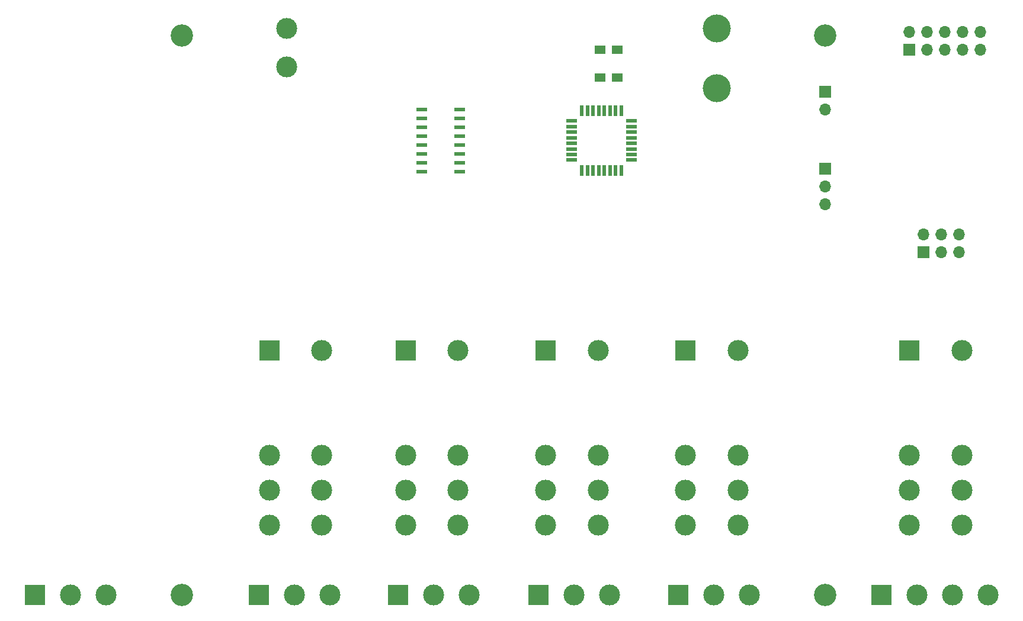
<source format=gbr>
G04 #@! TF.GenerationSoftware,KiCad,Pcbnew,(5.1.8)-1*
G04 #@! TF.CreationDate,2020-11-20T19:23:25+01:00*
G04 #@! TF.ProjectId,light-box,6c696768-742d-4626-9f78-2e6b69636164,rev?*
G04 #@! TF.SameCoordinates,Original*
G04 #@! TF.FileFunction,Soldermask,Bot*
G04 #@! TF.FilePolarity,Negative*
%FSLAX46Y46*%
G04 Gerber Fmt 4.6, Leading zero omitted, Abs format (unit mm)*
G04 Created by KiCad (PCBNEW (5.1.8)-1) date 2020-11-20 19:23:25*
%MOMM*%
%LPD*%
G01*
G04 APERTURE LIST*
%ADD10R,1.500000X1.250000*%
%ADD11R,3.000000X3.000000*%
%ADD12C,3.000000*%
%ADD13O,1.700000X1.700000*%
%ADD14R,1.700000X1.700000*%
%ADD15R,1.500000X0.600000*%
%ADD16R,1.600000X0.550000*%
%ADD17R,0.550000X1.600000*%
%ADD18C,3.200000*%
%ADD19C,4.000000*%
G04 APERTURE END LIST*
D10*
G04 #@! TO.C,C1*
X158750000Y-56000000D03*
X161250000Y-56000000D03*
G04 #@! TD*
G04 #@! TO.C,C4*
X161250000Y-52000000D03*
X158750000Y-52000000D03*
G04 #@! TD*
D11*
G04 #@! TO.C,J230V1*
X78000000Y-130000000D03*
D12*
X83080000Y-130000000D03*
X88160000Y-130000000D03*
G04 #@! TD*
D13*
G04 #@! TO.C,JBUS1*
X213160000Y-49460000D03*
X213160000Y-52000000D03*
X210620000Y-49460000D03*
X210620000Y-52000000D03*
X208080000Y-49460000D03*
X208080000Y-52000000D03*
X205540000Y-49460000D03*
X205540000Y-52000000D03*
X203000000Y-49460000D03*
D14*
X203000000Y-52000000D03*
G04 #@! TD*
D13*
G04 #@! TO.C,JDBG1*
X191000000Y-74080000D03*
X191000000Y-71540000D03*
D14*
X191000000Y-69000000D03*
G04 #@! TD*
D13*
G04 #@! TO.C,JISP1*
X210080000Y-78460000D03*
X210080000Y-81000000D03*
X207540000Y-78460000D03*
X207540000Y-81000000D03*
X205000000Y-78460000D03*
D14*
X205000000Y-81000000D03*
G04 #@! TD*
D13*
G04 #@! TO.C,JPWR1*
X191000000Y-60540000D03*
D14*
X191000000Y-58000000D03*
G04 #@! TD*
D11*
G04 #@! TO.C,JRL1*
X110000000Y-130000000D03*
D12*
X115080000Y-130000000D03*
X120160000Y-130000000D03*
G04 #@! TD*
G04 #@! TO.C,JRL2*
X140080000Y-130000000D03*
X135000000Y-130000000D03*
D11*
X129920000Y-130000000D03*
G04 #@! TD*
D12*
G04 #@! TO.C,JRL3*
X160160000Y-130000000D03*
X155080000Y-130000000D03*
D11*
X150000000Y-130000000D03*
G04 #@! TD*
D12*
G04 #@! TO.C,JRL4*
X180160000Y-130000000D03*
X175080000Y-130000000D03*
D11*
X170000000Y-130000000D03*
G04 #@! TD*
D12*
G04 #@! TO.C,JRL5*
X214240000Y-130000000D03*
D11*
X199000000Y-130000000D03*
D12*
X209160000Y-130000000D03*
X204080000Y-130000000D03*
G04 #@! TD*
D15*
G04 #@! TO.C,U1*
X133300000Y-60555000D03*
X133300000Y-61825000D03*
X133300000Y-63095000D03*
X133300000Y-64365000D03*
X133300000Y-65635000D03*
X133300000Y-66905000D03*
X133300000Y-68175000D03*
X133300000Y-69445000D03*
X138700000Y-69445000D03*
X138700000Y-68175000D03*
X138700000Y-66905000D03*
X138700000Y-65635000D03*
X138700000Y-64365000D03*
X138700000Y-63095000D03*
X138700000Y-61825000D03*
X138700000Y-60555000D03*
G04 #@! TD*
D16*
G04 #@! TO.C,U2*
X163250000Y-67800000D03*
X163250000Y-67000000D03*
X163250000Y-66200000D03*
X163250000Y-65400000D03*
X163250000Y-64600000D03*
X163250000Y-63800000D03*
X163250000Y-63000000D03*
X163250000Y-62200000D03*
D17*
X161800000Y-60750000D03*
X161000000Y-60750000D03*
X160200000Y-60750000D03*
X159400000Y-60750000D03*
X158600000Y-60750000D03*
X157800000Y-60750000D03*
X157000000Y-60750000D03*
X156200000Y-60750000D03*
D16*
X154750000Y-62200000D03*
X154750000Y-63000000D03*
X154750000Y-63800000D03*
X154750000Y-64600000D03*
X154750000Y-65400000D03*
X154750000Y-66200000D03*
X154750000Y-67000000D03*
X154750000Y-67800000D03*
D17*
X156200000Y-69250000D03*
X157000000Y-69250000D03*
X157800000Y-69250000D03*
X158600000Y-69250000D03*
X159400000Y-69250000D03*
X160200000Y-69250000D03*
X161000000Y-69250000D03*
X161800000Y-69250000D03*
G04 #@! TD*
D18*
G04 #@! TO.C,H1*
X99000000Y-50000000D03*
G04 #@! TD*
G04 #@! TO.C,H2*
X191000000Y-50000000D03*
G04 #@! TD*
G04 #@! TO.C,H3*
X191000000Y-130000000D03*
G04 #@! TD*
G04 #@! TO.C,H4*
X99000000Y-130000000D03*
G04 #@! TD*
D12*
G04 #@! TO.C,PS1*
X114000000Y-49000000D03*
D19*
X175500000Y-49000000D03*
D12*
X114000000Y-54500000D03*
D19*
X175500000Y-57500000D03*
G04 #@! TD*
D12*
G04 #@! TO.C,RL1*
X119000000Y-110000000D03*
X119000000Y-120000000D03*
X119000000Y-115000000D03*
X111500000Y-110000000D03*
X111500000Y-120000000D03*
X111500000Y-115000000D03*
X119000000Y-95000000D03*
D11*
X111500000Y-95000000D03*
G04 #@! TD*
G04 #@! TO.C,RL2*
X131000000Y-95000000D03*
D12*
X138500000Y-95000000D03*
X131000000Y-115000000D03*
X131000000Y-120000000D03*
X131000000Y-110000000D03*
X138500000Y-115000000D03*
X138500000Y-120000000D03*
X138500000Y-110000000D03*
G04 #@! TD*
G04 #@! TO.C,RL3*
X158500000Y-110000000D03*
X158500000Y-120000000D03*
X158500000Y-115000000D03*
X151000000Y-110000000D03*
X151000000Y-120000000D03*
X151000000Y-115000000D03*
X158500000Y-95000000D03*
D11*
X151000000Y-95000000D03*
G04 #@! TD*
G04 #@! TO.C,RL4*
X171000000Y-95000000D03*
D12*
X178500000Y-95000000D03*
X171000000Y-115000000D03*
X171000000Y-120000000D03*
X171000000Y-110000000D03*
X178500000Y-115000000D03*
X178500000Y-120000000D03*
X178500000Y-110000000D03*
G04 #@! TD*
G04 #@! TO.C,RL5*
X210500000Y-110000000D03*
X210500000Y-120000000D03*
X210500000Y-115000000D03*
X203000000Y-110000000D03*
X203000000Y-120000000D03*
X203000000Y-115000000D03*
X210500000Y-95000000D03*
D11*
X203000000Y-95000000D03*
G04 #@! TD*
M02*

</source>
